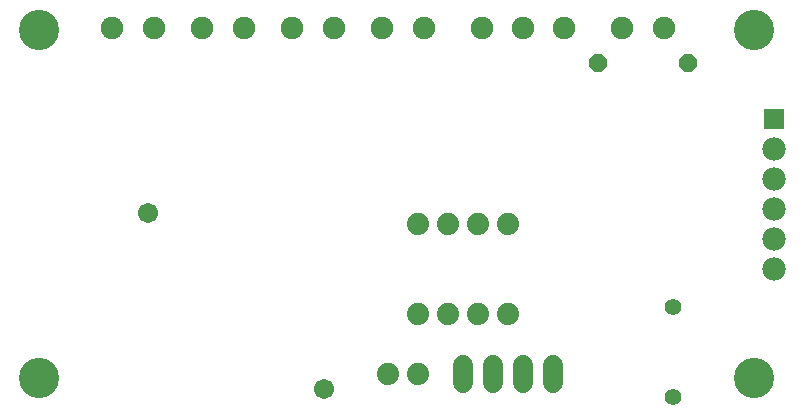
<source format=gbs>
G75*
G70*
%OFA0B0*%
%FSLAX24Y24*%
%IPPOS*%
%LPD*%
%AMOC8*
5,1,8,0,0,1.08239X$1,22.5*
%
%ADD10C,0.0740*%
%ADD11R,0.0674X0.0674*%
%ADD12C,0.0780*%
%ADD13C,0.0552*%
%ADD14C,0.0674*%
%ADD15C,0.1340*%
%ADD16OC8,0.0600*%
%ADD17C,0.0674*%
%ADD18C,0.0749*%
D10*
X013640Y004076D03*
X014640Y004076D03*
X014640Y006076D03*
X015640Y006076D03*
X016640Y006076D03*
X017640Y006076D03*
X017640Y009076D03*
X016640Y009076D03*
X015640Y009076D03*
X014640Y009076D03*
D11*
X026515Y012576D03*
D12*
X026515Y011576D03*
X026515Y010576D03*
X026515Y009576D03*
X026515Y008576D03*
X026515Y007576D03*
D13*
X023140Y006326D03*
X023140Y003326D03*
D14*
X011495Y003596D03*
X005649Y009442D03*
D15*
X002018Y003954D03*
X002018Y015568D03*
X025837Y015568D03*
X025837Y003954D03*
D16*
X023640Y014451D03*
X020640Y014451D03*
D17*
X019140Y004372D02*
X019140Y003779D01*
X018140Y003779D02*
X018140Y004372D01*
X017140Y004372D02*
X017140Y003779D01*
X016140Y003779D02*
X016140Y004372D01*
D18*
X016762Y015615D03*
X018140Y015615D03*
X019518Y015615D03*
X021451Y015615D03*
X022829Y015615D03*
X014829Y015615D03*
X013451Y015615D03*
X011829Y015615D03*
X010451Y015615D03*
X008829Y015615D03*
X007451Y015615D03*
X005829Y015615D03*
X004451Y015615D03*
M02*

</source>
